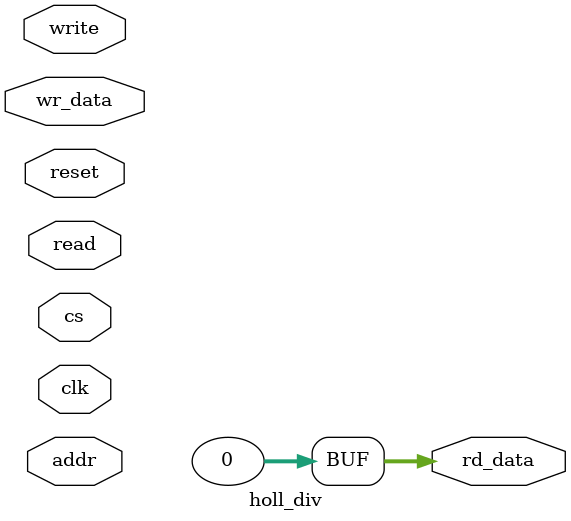
<source format=sv>

module holl_div(
    input  logic clk,
    input  logic reset,
    // slot interface
    input  logic cs,
    input  logic read,
    input  logic write,
    input  logic [4:0] addr,
    input  logic [31:0] wr_data,
    output logic [31:0] rd_data
   );
//reg wr_A0, wr_A1, read_Low; 
//logic [31:0] Dividend0, Dividend1;
//logic [31:0] rd_data_reg, Quot;//, ProdSave;
  

//assign Quot = Dividend0 / Dividend1; //temporary stand-in

  
//// body
//   always_ff @(posedge clk)
//    begin
//         rd_data_reg = Quot;
//       if (wr_A0)
//            Dividend0 = wr_data;
//       if (wr_A1)
//            Dividend1 = wr_data;
//    end 
       
////decoding

//   assign wr_A0 = write & cs & addr[0];
//   assign wr_A1 = write & cs & addr[1];

   assign rd_data[31:0] = 0;    
    
endmodule
</source>
